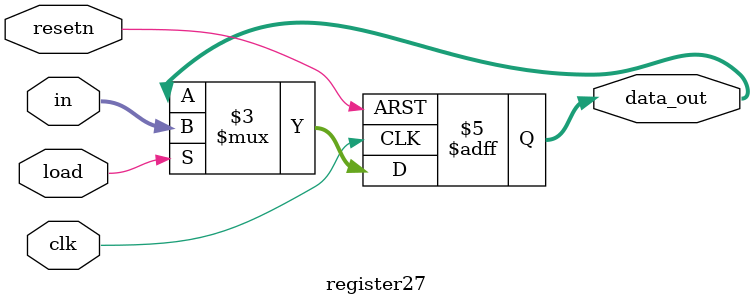
<source format=v>

module register27(input clk, resetn,
		  input [25:0] in, //the input value fromthe mux
	          input	load,      //the control signal
		  output reg [25:0] data_out // output of the register
		 );

always @(posedge clk, negedge resetn)begin
	if(resetn == 1'b0) data_out = 26'h0000000;
	else begin
		if(load)
			data_out <= in;
	end
end

endmodule

</source>
